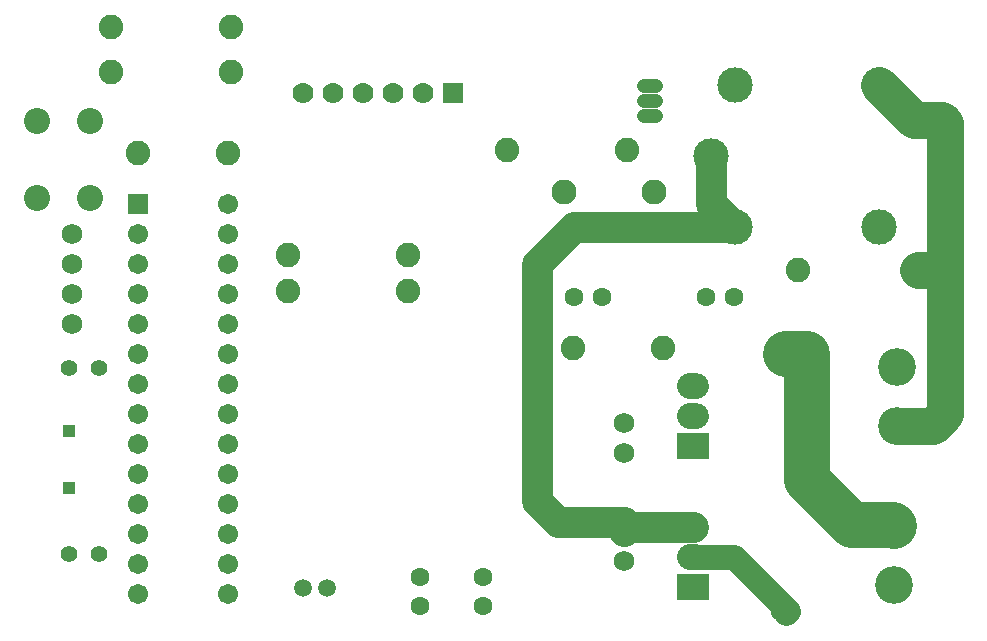
<source format=gbs>
G04 ---------------------------- Layer name :BOTTOM SOLDER LAYER*
G04 EasyEDA v5.8.20, Sat, 24 Nov 2018 05:51:01 GMT*
G04 e67e47d913b1430cad7dbea7a16fc948*
G04 Gerber Generator version 0.2*
G04 Scale: 100 percent, Rotated: No, Reflected: No *
G04 Dimensions in inches *
G04 leading zeros omitted , absolute positions ,2 integer and 4 decimal *
%FSLAX24Y24*%
%MOIN*%
G90*
G70D02*

%ADD42C,0.086740*%
%ADD43C,0.047370*%
%ADD44C,0.067055*%
%ADD45R,0.067055X0.067055*%
%ADD46R,0.106425X0.086740*%
%ADD47C,0.082000*%
%ADD48R,0.043700X0.043700*%
%ADD49C,0.055000*%
%ADD50C,0.083000*%
%ADD51C,0.118000*%
%ADD52C,0.126110*%
%ADD53C,0.063120*%
%ADD54C,0.068000*%
%ADD55C,0.059181*%
%ADD56C,0.070000*%
%ADD57R,0.070000X0.070000*%
%ADD58C,0.084000*%
%ADD59C,0.154000*%
%ADD60C,0.124000*%
%ADD61C,0.104000*%

%LPD*%
G54D58*
G01X22700Y4050D02*
G01X24048Y4050D01*
G01X25863Y2236D01*
G01X25798Y2173D01*
G54D59*
G01X25801Y10826D02*
G01X26500Y10826D01*
G01X26500Y6600D01*
G01X28000Y5100D01*
G01X29368Y5100D01*
G01X29400Y5067D01*
G54D60*
G01X29500Y8400D02*
G01X30700Y8400D01*
G01X31100Y8800D01*
G01X31100Y18500D01*
G01X31000Y18600D01*
G01X30052Y18600D01*
G01X28890Y19761D01*
G01X30200Y13600D02*
G01X30902Y13600D01*
G01X31100Y13797D01*
G54D61*
G01X24086Y15038D02*
G01X18738Y15038D01*
G01X17500Y13800D01*
G01X17500Y5900D01*
G01X18194Y5205D01*
G01X20394Y5205D01*
G01X20550Y5050D01*
G01X22700Y5050D02*
G01X20550Y5050D01*
G01X20400Y4900D01*
G01X23300Y17400D02*
G01X23300Y15825D01*
G01X24086Y15038D01*
G54D42*
G01X22602Y9750D02*
G01X22797Y9750D01*
G01X22602Y8750D02*
G01X22797Y8750D01*
G01X22602Y5050D02*
G01X22797Y5050D01*
G01X22602Y4050D02*
G01X22797Y4050D01*
G54D43*
G01X21052Y18750D02*
G01X21447Y18750D01*
G01X21052Y19250D02*
G01X21447Y19250D01*
G01X21052Y19750D02*
G01X21447Y19750D01*
G01X25525Y10827D02*
G01X26076Y10827D01*
G01X25523Y2172D02*
G01X26074Y2172D01*
G54D44*
G01X7200Y2800D03*
G01X7200Y3800D03*
G01X7200Y4800D03*
G01X7200Y5800D03*
G01X7200Y6800D03*
G01X7200Y7800D03*
G01X7200Y8800D03*
G01X7200Y9800D03*
G01X7200Y10800D03*
G01X7200Y11800D03*
G01X7200Y12800D03*
G01X7200Y13800D03*
G01X7200Y14800D03*
G01X7200Y15800D03*
G01X4200Y2800D03*
G01X4200Y3800D03*
G01X4200Y4800D03*
G01X4200Y5800D03*
G01X4200Y6800D03*
G01X4200Y7800D03*
G01X4200Y8800D03*
G01X4200Y9800D03*
G01X4200Y10800D03*
G01X4200Y11800D03*
G01X4200Y12800D03*
G01X4200Y13800D03*
G01X4200Y14800D03*
G54D45*
G01X4200Y15800D03*
G54D46*
G01X22700Y7750D03*
G01X22700Y3050D03*
G54D47*
G01X4200Y17500D03*
G01X7200Y17500D03*
G54D48*
G01X1900Y8259D03*
G01X1900Y6339D03*
G54D49*
G01X2909Y10330D03*
G01X1909Y10330D03*
G01X2909Y4130D03*
G01X1909Y4130D03*
G54D47*
G01X16500Y17600D03*
G01X20500Y17600D03*
G54D50*
G01X21400Y16200D03*
G01X18400Y16200D03*
G54D51*
G01X28890Y15038D03*
G01X23300Y17400D03*
G01X24086Y19761D03*
G01X24086Y15038D03*
G01X28890Y19761D03*
G54D52*
G01X29500Y8400D03*
G01X29500Y10367D03*
G54D53*
G01X18727Y12700D03*
G01X19672Y12700D03*
G54D47*
G01X18700Y11000D03*
G01X21700Y11000D03*
G54D54*
G01X20400Y4900D03*
G01X20400Y3900D03*
G01X20400Y8500D03*
G01X20400Y7500D03*
G54D53*
G01X24072Y12700D03*
G01X23127Y12700D03*
G54D47*
G01X26200Y13600D03*
G01X30200Y13600D03*
G54D55*
G01X9706Y3000D03*
G01X10493Y3000D03*
G54D56*
G01X9700Y19500D03*
G01X10700Y19500D03*
G01X11700Y19500D03*
G01X12700Y19500D03*
G01X13700Y19500D03*
G54D57*
G01X14700Y19500D03*
G54D47*
G01X7300Y20200D03*
G01X3300Y20200D03*
G54D54*
G01X2000Y14800D03*
G01X2000Y13800D03*
G01X2000Y12800D03*
G01X2000Y11800D03*
G54D52*
G01X29400Y3100D03*
G01X29400Y5067D03*
G54D53*
G01X13600Y3373D03*
G01X13600Y2426D03*
G01X15700Y3373D03*
G01X15700Y2426D03*
G54D47*
G01X9200Y14100D03*
G01X13200Y14100D03*
G01X9200Y12900D03*
G01X13200Y12900D03*
G01X3300Y21700D03*
G01X7300Y21700D03*
G54D42*
G01X814Y18579D03*
G01X814Y16020D03*
G01X2585Y16020D03*
G01X2585Y18579D03*
M00*
M02*

</source>
